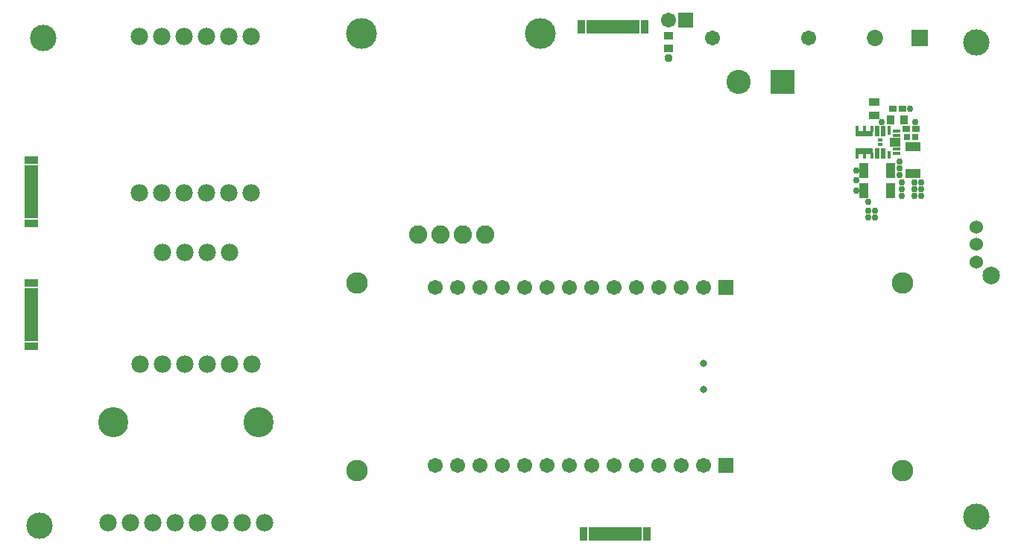
<source format=gbr>
G04 EAGLE Gerber RS-274X export*
G75*
%MOMM*%
%FSLAX34Y34*%
%LPD*%
%INSoldermask Top*%
%IPPOS*%
%AMOC8*
5,1,8,0,0,1.08239X$1,22.5*%
G01*
%ADD10C,2.082800*%
%ADD11C,1.981200*%
%ADD12C,2.453200*%
%ADD13R,1.703200X1.703200*%
%ADD14C,1.703200*%
%ADD15C,3.003200*%
%ADD16C,3.419200*%
%ADD17C,3.505200*%
%ADD18C,1.524000*%
%ADD19C,1.993900*%
%ADD20R,2.753200X2.753200*%
%ADD21C,2.753200*%
%ADD22R,0.457200X1.016000*%
%ADD23R,0.508000X1.295400*%
%ADD24R,0.457200X0.711200*%
%ADD25R,0.457200X0.914400*%
%ADD26R,0.914400X0.457200*%
%ADD27R,1.295400X0.508000*%
%ADD28R,0.609600X0.457200*%
%ADD29R,1.058800X1.803200*%
%ADD30R,1.803200X1.058800*%
%ADD31R,0.863600X0.762000*%
%ADD32R,0.808800X0.703200*%
%ADD33R,0.711200X0.762000*%
%ADD34R,1.193800X0.914400*%
%ADD35R,0.958800X1.003197*%
%ADD36R,1.853200X1.853200*%
%ADD37C,1.853200*%
%ADD38R,1.103200X0.853200*%
%ADD39R,1.603200X0.503200*%
%ADD40R,1.603200X0.903200*%
%ADD41R,0.503200X1.603200*%
%ADD42R,0.903200X1.603200*%
%ADD43C,0.758800*%
%ADD44C,0.808800*%
%ADD45C,0.958800*%

G36*
X1062472Y523055D02*
X1062472Y523055D01*
X1062474Y523054D01*
X1062517Y523074D01*
X1062561Y523092D01*
X1062561Y523094D01*
X1062563Y523095D01*
X1062596Y523180D01*
X1062596Y529020D01*
X1062595Y529022D01*
X1062596Y529024D01*
X1062576Y529067D01*
X1062558Y529111D01*
X1062556Y529111D01*
X1062555Y529113D01*
X1062470Y529146D01*
X1042930Y529146D01*
X1042928Y529145D01*
X1042926Y529146D01*
X1042883Y529126D01*
X1042839Y529108D01*
X1042839Y529106D01*
X1042837Y529105D01*
X1042804Y529020D01*
X1042804Y523180D01*
X1042805Y523178D01*
X1042804Y523176D01*
X1042824Y523133D01*
X1042842Y523089D01*
X1042844Y523089D01*
X1042845Y523087D01*
X1042930Y523054D01*
X1062470Y523054D01*
X1062472Y523055D01*
G37*
G36*
X1062472Y503055D02*
X1062472Y503055D01*
X1062474Y503054D01*
X1062517Y503074D01*
X1062561Y503092D01*
X1062561Y503094D01*
X1062563Y503095D01*
X1062596Y503180D01*
X1062596Y509020D01*
X1062595Y509022D01*
X1062596Y509024D01*
X1062576Y509067D01*
X1062558Y509111D01*
X1062556Y509111D01*
X1062555Y509113D01*
X1062470Y509146D01*
X1042930Y509146D01*
X1042928Y509145D01*
X1042926Y509146D01*
X1042883Y509126D01*
X1042839Y509108D01*
X1042839Y509106D01*
X1042837Y509105D01*
X1042804Y509020D01*
X1042804Y503180D01*
X1042805Y503178D01*
X1042804Y503176D01*
X1042824Y503133D01*
X1042842Y503089D01*
X1042844Y503089D01*
X1042845Y503087D01*
X1042930Y503054D01*
X1062470Y503054D01*
X1062472Y503055D01*
G37*
D10*
X545920Y411450D03*
X571320Y411450D03*
X596720Y411450D03*
X622120Y411450D03*
D11*
X229300Y636240D03*
X254700Y636240D03*
X280100Y636240D03*
X305500Y636240D03*
X330900Y636240D03*
X356300Y636240D03*
X229300Y458440D03*
X254700Y458440D03*
X280100Y458440D03*
X305500Y458440D03*
X330900Y458440D03*
X356300Y458440D03*
D12*
X1095930Y356540D03*
X1095930Y143140D03*
X476130Y143140D03*
X476130Y356540D03*
D13*
X895504Y351186D03*
D14*
X870104Y351186D03*
X844704Y351186D03*
X819304Y351186D03*
X793904Y351186D03*
X768504Y351186D03*
X743104Y351186D03*
X717704Y351186D03*
X692304Y351186D03*
X666904Y351186D03*
X641504Y351186D03*
X616104Y351186D03*
X590704Y351186D03*
X565304Y351186D03*
D13*
X895504Y148494D03*
D14*
X870104Y148494D03*
X844704Y148494D03*
X819304Y148494D03*
X793904Y148494D03*
X768504Y148494D03*
X743104Y148494D03*
X717704Y148494D03*
X692304Y148494D03*
X666904Y148494D03*
X641504Y148494D03*
X616104Y148494D03*
X590704Y148494D03*
X565304Y148494D03*
D15*
X119960Y634760D03*
X1180000Y630000D03*
X115860Y80260D03*
D16*
X200030Y198000D03*
X365130Y198000D03*
D11*
X193680Y83700D03*
X219080Y83700D03*
X244480Y83700D03*
X269880Y83700D03*
X295280Y83700D03*
X320680Y83700D03*
X346080Y83700D03*
X371480Y83700D03*
X229960Y264310D03*
X255360Y264310D03*
X280760Y264310D03*
X306160Y264310D03*
X331560Y264310D03*
X356960Y264310D03*
X255360Y391310D03*
X280760Y391310D03*
X306160Y391310D03*
X331560Y391310D03*
D17*
X481900Y639920D03*
X685100Y639920D03*
D18*
X1180000Y420000D03*
X1180000Y399934D03*
X1180000Y380122D03*
D19*
X1197018Y364882D03*
D20*
X960000Y585000D03*
D21*
X910000Y585000D03*
D14*
X990000Y635000D03*
X880000Y635000D03*
D22*
X1080700Y530040D03*
D23*
X1074200Y528640D03*
X1067700Y528640D03*
D24*
X1061200Y531560D03*
X1052700Y531560D03*
X1044200Y531560D03*
X1044200Y500640D03*
X1052700Y500640D03*
X1061200Y500640D03*
D23*
X1067700Y503560D03*
X1074200Y503560D03*
D25*
X1080700Y501660D03*
D26*
X1089640Y503600D03*
X1089640Y508600D03*
D27*
X1087740Y513600D03*
X1087740Y518600D03*
D26*
X1089640Y523600D03*
X1089640Y528600D03*
D28*
X1070950Y518600D03*
X1070950Y513600D03*
D29*
X1083018Y461490D03*
X1052462Y461490D03*
X1083018Y484350D03*
X1052462Y484350D03*
D30*
X1108380Y511058D03*
X1108380Y480502D03*
D31*
X1085139Y554200D03*
X1096061Y554200D03*
D32*
X1100312Y531340D03*
X1111368Y531340D03*
D33*
X1101141Y522450D03*
X1110539Y522450D03*
D34*
X1063930Y546707D03*
X1063930Y561693D03*
D35*
X1082822Y541500D03*
X1098378Y541500D03*
D36*
X1115400Y635000D03*
D37*
X1064600Y635000D03*
D38*
X830000Y637250D03*
X830000Y622750D03*
D39*
X106680Y487240D03*
X106680Y482240D03*
X106680Y477240D03*
X106680Y472240D03*
X106680Y467240D03*
X106680Y462240D03*
X106680Y457240D03*
X106680Y452240D03*
X106680Y447240D03*
X106680Y442240D03*
X106680Y437240D03*
X106680Y432240D03*
D40*
X106680Y495740D03*
X106680Y423740D03*
D39*
X106680Y347540D03*
X106680Y342540D03*
X106680Y337540D03*
X106680Y332540D03*
X106680Y327540D03*
X106680Y322540D03*
X106680Y317540D03*
X106680Y312540D03*
X106680Y307540D03*
X106680Y302540D03*
X106680Y297540D03*
X106680Y292540D03*
D40*
X106680Y356040D03*
X106680Y284040D03*
D41*
X794580Y647700D03*
X789580Y647700D03*
X784580Y647700D03*
X779580Y647700D03*
X774580Y647700D03*
X769580Y647700D03*
X764580Y647700D03*
X759580Y647700D03*
X754580Y647700D03*
X749580Y647700D03*
X744580Y647700D03*
X739580Y647700D03*
D42*
X803080Y647700D03*
X731080Y647700D03*
D41*
X742120Y71120D03*
X747120Y71120D03*
X752120Y71120D03*
X757120Y71120D03*
X762120Y71120D03*
X767120Y71120D03*
X772120Y71120D03*
X777120Y71120D03*
X782120Y71120D03*
X787120Y71120D03*
X792120Y71120D03*
X797120Y71120D03*
D42*
X733620Y71120D03*
X805620Y71120D03*
D15*
X1180000Y90000D03*
D43*
X1117270Y470380D03*
X1117270Y462760D03*
X1117270Y455140D03*
X1109650Y455140D03*
X1109650Y462760D03*
X1109650Y470380D03*
X1095680Y470380D03*
X1095680Y462760D03*
X1095680Y455140D03*
X1093140Y479270D03*
X1093140Y486890D03*
X1093140Y494510D03*
D14*
X830000Y655000D03*
D43*
X1104570Y554200D03*
X1043610Y461490D03*
X1065200Y438630D03*
X1065200Y431010D03*
X1057580Y438630D03*
X1057580Y431010D03*
X1057580Y448790D03*
X1043610Y472920D03*
X1043610Y484350D03*
D44*
X870000Y235000D03*
X870000Y265000D03*
D43*
X1072820Y538960D03*
X1110920Y538960D03*
D45*
X830000Y612000D03*
D13*
X850000Y655000D03*
M02*

</source>
